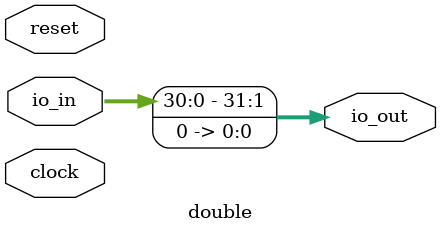
<source format=v>
module double(
  input         clock,
  input         reset,
  input  [31:0] io_in,
  output [31:0] io_out
);
  // wire [32:0] temp;
  // assign temp = 32'b1 + io_in;
  assign io_out = io_in << 1;//temp[31:0];
endmodule
</source>
